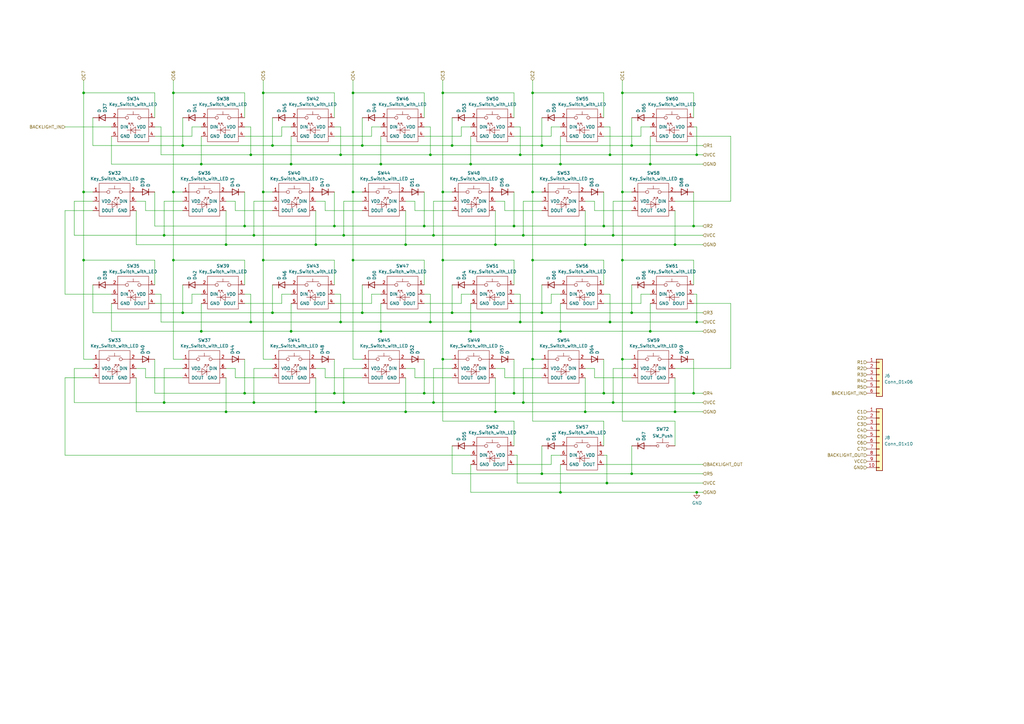
<source format=kicad_sch>
(kicad_sch (version 20211123) (generator eeschema)
  (paper "A3")
  (lib_symbols
    (symbol "Connector_Generic:Conn_01x06" (pin_names (offset 1.016) hide)
      (property "Reference" "J" (at 0 7.62 0))
      (property "Value" "Conn_01x06" (at 0 -10.16 0))
      (symbol "Conn_01x06_1_1"
        (rectangle (start -1.27 -7.493) (end 0 -7.747) (stroke (width 0.1524)))
        (rectangle (start -1.27 -4.953) (end 0 -5.207) (stroke (width 0.1524)))
        (rectangle (start -1.27 -2.413) (end 0 -2.667) (stroke (width 0.1524)))
        (rectangle (start -1.27 0.127) (end 0 -0.127) (stroke (width 0.1524)))
        (rectangle (start -1.27 2.667) (end 0 2.413) (stroke (width 0.1524)))
        (rectangle (start -1.27 5.207) (end 0 4.953) (stroke (width 0.1524)))
        (rectangle (start -1.27 6.35) (end 1.27 -8.89) (stroke (width 0.254)) (fill (type background)))
        (pin passive line (at -5.08 5.08 0) (length 3.81) (name "Pin_1") (number "1"))
        (pin passive line (at -5.08 2.54 0) (length 3.81) (name "Pin_2") (number "2"))
        (pin passive line (at -5.08 0 0) (length 3.81) (name "Pin_3") (number "3"))
        (pin passive line (at -5.08 -2.54 0) (length 3.81) (name "Pin_4") (number "4"))
        (pin passive line (at -5.08 -5.08 0) (length 3.81) (name "Pin_5") (number "5"))
        (pin passive line (at -5.08 -7.62 0) (length 3.81) (name "Pin_6") (number "6"))
      )
    )
    (symbol "Connector_Generic:Conn_01x10" (pin_names (offset 1.016) hide)
      (property "Reference" "J" (at 0 12.7 0))
      (property "Value" "Conn_01x10" (at 0 -15.24 0))
      (symbol "Conn_01x10_1_1"
        (rectangle (start -1.27 -12.573) (end 0 -12.827) (stroke (width 0.1524)))
        (rectangle (start -1.27 -10.033) (end 0 -10.287) (stroke (width 0.1524)))
        (rectangle (start -1.27 -7.493) (end 0 -7.747) (stroke (width 0.1524)))
        (rectangle (start -1.27 -4.953) (end 0 -5.207) (stroke (width 0.1524)))
        (rectangle (start -1.27 -2.413) (end 0 -2.667) (stroke (width 0.1524)))
        (rectangle (start -1.27 0.127) (end 0 -0.127) (stroke (width 0.1524)))
        (rectangle (start -1.27 2.667) (end 0 2.413) (stroke (width 0.1524)))
        (rectangle (start -1.27 5.207) (end 0 4.953) (stroke (width 0.1524)))
        (rectangle (start -1.27 7.747) (end 0 7.493) (stroke (width 0.1524)))
        (rectangle (start -1.27 10.287) (end 0 10.033) (stroke (width 0.1524)))
        (rectangle (start -1.27 11.43) (end 1.27 -13.97) (stroke (width 0.254)) (fill (type background)))
        (pin passive line (at -5.08 10.16 0) (length 3.81) (name "Pin_1") (number "1"))
        (pin passive line (at -5.08 -12.7 0) (length 3.81) (name "Pin_10") (number "10"))
        (pin passive line (at -5.08 7.62 0) (length 3.81) (name "Pin_2") (number "2"))
        (pin passive line (at -5.08 5.08 0) (length 3.81) (name "Pin_3") (number "3"))
        (pin passive line (at -5.08 2.54 0) (length 3.81) (name "Pin_4") (number "4"))
        (pin passive line (at -5.08 0 0) (length 3.81) (name "Pin_5") (number "5"))
        (pin passive line (at -5.08 -2.54 0) (length 3.81) (name "Pin_6") (number "6"))
        (pin passive line (at -5.08 -5.08 0) (length 3.81) (name "Pin_7") (number "7"))
        (pin passive line (at -5.08 -7.62 0) (length 3.81) (name "Pin_8") (number "8"))
        (pin passive line (at -5.08 -10.16 0) (length 3.81) (name "Pin_9") (number "9"))
      )
    )
    (symbol "Device:D" (pin_numbers hide) (pin_names (offset 1.016) hide)
      (property "Reference" "D" (at 0 2.54 0))
      (property "Value" "D" (at 0 -2.54 0))
      (symbol "D_0_1"
        (polyline (pts (xy -1.27 1.27) (xy -1.27 -1.27)) (stroke (width 0.254)))
        (polyline (pts (xy 1.27 0) (xy -1.27 0)))
        (polyline (pts (xy 1.27 1.27) (xy 1.27 -1.27) (xy -1.27 0) (xy 1.27 1.27)) (stroke (width 0.254)))
      )
      (symbol "D_1_1"
        (pin passive line (at -3.81 0 0) (length 2.54) (name "K") (number "1"))
        (pin passive line (at 3.81 0 180) (length 2.54) (name "A") (number "2"))
      )
    )
    (symbol "Switch:SW_Push" (pin_numbers hide) (pin_names (offset 1.016) hide)
      (property "Reference" "SW" (at 1.27 2.54 0))
      (property "Value" "SW_Push" (at 0 -1.524 0))
      (symbol "SW_Push_0_1"
        (circle (center -2.032 0) (radius 0.508))
        (polyline (pts (xy 0 1.27) (xy 0 3.048)))
        (polyline (pts (xy 2.54 1.27) (xy -2.54 1.27)))
        (circle (center 2.032 0) (radius 0.508))
        (pin passive line (at -5.08 0 0) (length 2.54) (name "1") (number "1"))
        (pin passive line (at 5.08 0 180) (length 2.54) (name "2") (number "2"))
      )
    )
    (symbol "keyboard:Key_Switch_with_LED" (pin_names (offset 1.016))
      (property "Reference" "SW" (at 0 -11.557 0))
      (property "Value" "Key_Switch_with_LED" (at 0 5.08 0))
      (symbol "Key_Switch_with_LED_0_1"
        (rectangle (start -6.35 3.556) (end 6.35 -9.906))
        (circle (center -2.54 0) (radius 0.635))
        (polyline (pts (xy -6.35 0) (xy -3.175 0)))
        (polyline (pts (xy -2.54 1.27) (xy 2.54 1.27)))
        (polyline (pts (xy -0.254 -3.429) (xy 0.635 -2.159)))
        (polyline (pts (xy 0 -2.286) (xy 0.635 -2.159)))
        (polyline (pts (xy 0 2.54) (xy 0 1.27)))
        (polyline (pts (xy 0.635 -2.159) (xy 0.762 -2.794)))
        (polyline (pts (xy 1.016 -3.937) (xy 1.016 -6.604)))
        (polyline (pts (xy 2.54 -5.08) (xy -3.048 -5.08)))
        (polyline (pts (xy 6.35 0) (xy 3.175 0)))
        (polyline (pts (xy -1.016 -3.81) (xy -1.016 -6.477) (xy 1.016 -5.08) (xy -1.016 -3.81)))
        (circle (center 2.54 0) (radius 0.635))
      )
      (symbol "Key_Switch_with_LED_1_1"
        (polyline (pts (xy 0.889 -3.429) (xy 1.778 -2.159)))
        (polyline (pts (xy 1.143 -2.286) (xy 1.778 -2.159)))
        (polyline (pts (xy 1.778 -2.159) (xy 1.905 -2.794)))
        (pin bidirectional line (at -8.89 0 0) (length 2.54) (name "~") (number "1"))
        (pin bidirectional line (at 8.89 0 180) (length 2.54) (name "~") (number "2"))
        (pin power_in line (at -8.89 -3.81 0) (length 2.54) (name "VDD") (number "3"))
        (pin output line (at -8.89 -7.62 0) (length 2.54) (name "DOUT") (number "4"))
        (pin power_in line (at 8.89 -7.62 180) (length 2.54) (name "GND") (number "5"))
        (pin input line (at 8.89 -3.81 180) (length 2.54) (name "DIN") (number "6"))
      )
    )
    (symbol "power:GND" (power) (pin_names (offset 0))
      (property "Value" "GND" (at 0 -3.81 0))
      (symbol "GND_0_1"
        (polyline (pts (xy 0 0) (xy 0 -1.27) (xy 1.27 -1.27) (xy 0 -2.54) (xy -1.27 -1.27) (xy 0 -1.27)))
      )
      (symbol "GND_1_1"
        (pin power_in line (at 0 0 270) (length 0) hide (name "GND") (number "1"))
      )
    )
  )
  (junction (at 129.54 100.33))
  (junction (at 250.19 63.5))
  (junction (at 107.95 38.1))
  (junction (at 177.8 96.52))
  (junction (at 34.29 106.68))
  (junction (at 259.08 128.27))
  (junction (at 181.61 38.1))
  (junction (at 137.16 92.71))
  (junction (at 255.27 78.74))
  (junction (at 82.55 67.31))
  (junction (at 185.42 59.69))
  (junction (at 144.78 106.68))
  (junction (at 259.08 194.31))
  (junction (at 218.44 38.1))
  (junction (at 218.44 106.68))
  (junction (at 173.99 161.29))
  (junction (at 240.03 168.91))
  (junction (at 222.25 59.69))
  (junction (at 251.46 96.52))
  (junction (at 213.36 132.08))
  (junction (at 102.87 132.08))
  (junction (at 176.53 63.5))
  (junction (at 285.75 132.08))
  (junction (at 144.78 38.1))
  (junction (at 247.65 161.29))
  (junction (at 255.27 106.68))
  (junction (at 176.53 132.08))
  (junction (at 255.27 38.1))
  (junction (at 148.59 128.27))
  (junction (at 71.12 78.74))
  (junction (at 229.87 67.31))
  (junction (at 139.7 132.08))
  (junction (at 284.48 92.71))
  (junction (at 247.65 92.71))
  (junction (at 210.82 161.29))
  (junction (at 100.33 161.29))
  (junction (at 266.7 67.31))
  (junction (at 251.46 165.1))
  (junction (at 92.71 168.91))
  (junction (at 71.12 106.68))
  (junction (at 285.75 63.5))
  (junction (at 139.7 63.5))
  (junction (at 166.37 100.33))
  (junction (at 181.61 78.74))
  (junction (at 250.19 132.08))
  (junction (at 210.82 92.71))
  (junction (at 119.38 135.89))
  (junction (at 255.27 147.32))
  (junction (at 92.71 100.33))
  (junction (at 111.76 128.27))
  (junction (at 74.93 128.27))
  (junction (at 276.86 100.33))
  (junction (at 285.75 201.93))
  (junction (at 67.31 96.52))
  (junction (at 148.59 59.69))
  (junction (at 181.61 147.32))
  (junction (at 34.29 78.74))
  (junction (at 111.76 59.69))
  (junction (at 218.44 78.74))
  (junction (at 177.8 165.1))
  (junction (at 74.93 59.69))
  (junction (at 100.33 92.71))
  (junction (at 137.16 161.29))
  (junction (at 166.37 168.91))
  (junction (at 102.87 63.5))
  (junction (at 119.38 67.31))
  (junction (at 156.21 135.89))
  (junction (at 140.97 96.52))
  (junction (at 173.99 92.71))
  (junction (at 129.54 168.91))
  (junction (at 193.04 135.89))
  (junction (at 82.55 135.89))
  (junction (at 203.2 168.91))
  (junction (at 34.29 38.1))
  (junction (at 222.25 194.31))
  (junction (at 71.12 38.1))
  (junction (at 181.61 106.68))
  (junction (at 214.63 96.52))
  (junction (at 156.21 67.31))
  (junction (at 203.2 100.33))
  (junction (at 276.86 168.91))
  (junction (at 222.25 128.27))
  (junction (at 104.14 96.52))
  (junction (at 107.95 78.74))
  (junction (at 193.04 67.31))
  (junction (at 104.14 165.1))
  (junction (at 266.7 135.89))
  (junction (at 144.78 78.74))
  (junction (at 67.31 165.1))
  (junction (at 248.92 198.12))
  (junction (at 284.48 161.29))
  (junction (at 213.36 63.5))
  (junction (at 240.03 100.33))
  (junction (at 107.95 106.68))
  (junction (at 259.08 59.69))
  (junction (at 229.87 201.93))
  (junction (at 218.44 147.32))
  (junction (at 185.42 128.27))
  (junction (at 229.87 135.89))
  (junction (at 214.63 165.1))
  (junction (at 140.97 165.1))
  (wire (pts (xy 250.19 52.07) (xy 250.19 63.5)))
  (wire (pts (xy 207.01 82.55) (xy 207.01 86.36)))
  (wire (pts (xy 247.65 120.65) (xy 250.19 120.65)))
  (wire (pts (xy 137.16 106.68) (xy 137.16 116.84)))
  (wire (pts (xy 210.82 182.88) (xy 210.82 172.72)))
  (wire (pts (xy 193.04 124.46) (xy 193.04 135.89)))
  (wire (pts (xy 115.57 124.46) (xy 115.57 120.65)))
  (wire (pts (xy 266.7 55.88) (xy 266.7 67.31)))
  (wire (pts (xy 185.42 182.88) (xy 185.42 194.31)))
  (wire (pts (xy 148.59 82.55) (xy 140.97 82.55)))
  (wire (pts (xy 38.1 59.69) (xy 74.93 59.69)))
  (wire (pts (xy 119.38 67.31) (xy 156.21 67.31)))
  (wire (pts (xy 207.01 154.94) (xy 222.25 154.94)))
  (wire (pts (xy 203.2 86.36) (xy 203.2 100.33)))
  (wire (pts (xy 255.27 106.68) (xy 284.48 106.68)))
  (wire (pts (xy 148.59 116.84) (xy 148.59 128.27)))
  (wire (pts (xy 74.93 78.74) (xy 71.12 78.74)))
  (wire (pts (xy 247.65 186.69) (xy 248.92 186.69)))
  (wire (pts (xy 137.16 161.29) (xy 173.99 161.29)))
  (wire (pts (xy 67.31 165.1) (xy 104.14 165.1)))
  (wire (pts (xy 104.14 165.1) (xy 140.97 165.1)))
  (wire (pts (xy 55.88 100.33) (xy 92.71 100.33)))
  (wire (pts (xy 133.35 82.55) (xy 133.35 86.36)))
  (wire (pts (xy 185.42 78.74) (xy 181.61 78.74)))
  (wire (pts (xy 193.04 190.5) (xy 193.04 201.93)))
  (wire (pts (xy 140.97 96.52) (xy 177.8 96.52)))
  (wire (pts (xy 259.08 48.26) (xy 259.08 59.69)))
  (wire (pts (xy 144.78 38.1) (xy 144.78 78.74)))
  (wire (pts (xy 104.14 82.55) (xy 104.14 96.52)))
  (wire (pts (xy 218.44 38.1) (xy 218.44 78.74)))
  (wire (pts (xy 210.82 186.69) (xy 212.09 186.69)))
  (wire (pts (xy 166.37 154.94) (xy 166.37 168.91)))
  (wire (pts (xy 276.86 172.72) (xy 276.86 182.88)))
  (wire (pts (xy 74.93 147.32) (xy 71.12 147.32)))
  (wire (pts (xy 156.21 135.89) (xy 193.04 135.89)))
  (wire (pts (xy 259.08 182.88) (xy 259.08 194.31)))
  (wire (pts (xy 203.2 154.94) (xy 203.2 168.91)))
  (wire (pts (xy 212.09 186.69) (xy 212.09 198.12)))
  (wire (pts (xy 59.69 151.13) (xy 59.69 154.94)))
  (wire (pts (xy 193.04 67.31) (xy 229.87 67.31)))
  (wire (pts (xy 156.21 55.88) (xy 156.21 67.31)))
  (wire (pts (xy 63.5 120.65) (xy 66.04 120.65)))
  (wire (pts (xy 240.03 82.55) (xy 243.84 82.55)))
  (wire (pts (xy 92.71 151.13) (xy 96.52 151.13)))
  (wire (pts (xy 210.82 78.74) (xy 210.82 92.71)))
  (wire (pts (xy 137.16 55.88) (xy 152.4 55.88)))
  (wire (pts (xy 30.48 96.52) (xy 67.31 96.52)))
  (wire (pts (xy 152.4 52.07) (xy 156.21 52.07)))
  (wire (pts (xy 299.72 55.88) (xy 299.72 82.55)))
  (wire (pts (xy 203.2 151.13) (xy 207.01 151.13)))
  (wire (pts (xy 284.48 147.32) (xy 284.48 161.29)))
  (wire (pts (xy 66.04 52.07) (xy 66.04 63.5)))
  (wire (pts (xy 226.06 190.5) (xy 226.06 186.69)))
  (wire (pts (xy 276.86 86.36) (xy 276.86 100.33)))
  (wire (pts (xy 181.61 38.1) (xy 181.61 78.74)))
  (wire (pts (xy 222.25 116.84) (xy 222.25 128.27)))
  (wire (pts (xy 251.46 151.13) (xy 251.46 165.1)))
  (wire (pts (xy 148.59 128.27) (xy 185.42 128.27)))
  (wire (pts (xy 137.16 120.65) (xy 139.7 120.65)))
  (wire (pts (xy 111.76 82.55) (xy 104.14 82.55)))
  (wire (pts (xy 111.76 59.69) (xy 148.59 59.69)))
  (wire (pts (xy 226.06 52.07) (xy 229.87 52.07)))
  (wire (pts (xy 129.54 151.13) (xy 133.35 151.13)))
  (wire (pts (xy 139.7 52.07) (xy 139.7 63.5)))
  (wire (pts (xy 189.23 120.65) (xy 193.04 120.65)))
  (wire (pts (xy 148.59 151.13) (xy 140.97 151.13)))
  (wire (pts (xy 170.18 154.94) (xy 185.42 154.94)))
  (wire (pts (xy 259.08 116.84) (xy 259.08 128.27)))
  (wire (pts (xy 285.75 120.65) (xy 285.75 132.08)))
  (wire (pts (xy 63.5 78.74) (xy 63.5 92.71)))
  (wire (pts (xy 189.23 55.88) (xy 189.23 52.07)))
  (wire (pts (xy 26.67 52.07) (xy 45.72 52.07)))
  (wire (pts (xy 119.38 124.46) (xy 119.38 135.89)))
  (wire (pts (xy 255.27 38.1) (xy 284.48 38.1)))
  (wire (pts (xy 181.61 78.74) (xy 181.61 106.68)))
  (wire (pts (xy 247.65 124.46) (xy 262.89 124.46)))
  (wire (pts (xy 74.93 151.13) (xy 67.31 151.13)))
  (wire (pts (xy 166.37 100.33) (xy 203.2 100.33)))
  (wire (pts (xy 166.37 82.55) (xy 170.18 82.55)))
  (wire (pts (xy 259.08 78.74) (xy 255.27 78.74)))
  (wire (pts (xy 55.88 86.36) (xy 55.88 100.33)))
  (wire (pts (xy 262.89 52.07) (xy 266.7 52.07)))
  (wire (pts (xy 266.7 135.89) (xy 288.29 135.89)))
  (wire (pts (xy 255.27 33.02) (xy 255.27 38.1)))
  (wire (pts (xy 38.1 116.84) (xy 38.1 128.27)))
  (wire (pts (xy 66.04 132.08) (xy 102.87 132.08)))
  (wire (pts (xy 181.61 106.68) (xy 210.82 106.68)))
  (wire (pts (xy 148.59 48.26) (xy 148.59 59.69)))
  (wire (pts (xy 156.21 67.31) (xy 193.04 67.31)))
  (wire (pts (xy 107.95 38.1) (xy 107.95 78.74)))
  (wire (pts (xy 247.65 92.71) (xy 284.48 92.71)))
  (wire (pts (xy 100.33 92.71) (xy 137.16 92.71)))
  (wire (pts (xy 185.42 48.26) (xy 185.42 59.69)))
  (wire (pts (xy 34.29 38.1) (xy 63.5 38.1)))
  (wire (pts (xy 210.82 106.68) (xy 210.82 116.84)))
  (wire (pts (xy 104.14 151.13) (xy 104.14 165.1)))
  (wire (pts (xy 129.54 154.94) (xy 129.54 168.91)))
  (wire (pts (xy 250.19 120.65) (xy 250.19 132.08)))
  (wire (pts (xy 96.52 82.55) (xy 96.52 86.36)))
  (wire (pts (xy 203.2 100.33) (xy 240.03 100.33)))
  (wire (pts (xy 247.65 147.32) (xy 247.65 161.29)))
  (wire (pts (xy 38.1 82.55) (xy 30.48 82.55)))
  (wire (pts (xy 226.06 124.46) (xy 226.06 120.65)))
  (wire (pts (xy 107.95 78.74) (xy 107.95 106.68)))
  (wire (pts (xy 218.44 106.68) (xy 218.44 147.32)))
  (wire (pts (xy 176.53 132.08) (xy 213.36 132.08)))
  (wire (pts (xy 133.35 86.36) (xy 148.59 86.36)))
  (wire (pts (xy 129.54 82.55) (xy 133.35 82.55)))
  (wire (pts (xy 63.5 38.1) (xy 63.5 48.26)))
  (wire (pts (xy 203.2 168.91) (xy 240.03 168.91)))
  (wire (pts (xy 222.25 182.88) (xy 222.25 194.31)))
  (wire (pts (xy 210.82 55.88) (xy 226.06 55.88)))
  (wire (pts (xy 240.03 168.91) (xy 276.86 168.91)))
  (wire (pts (xy 177.8 165.1) (xy 214.63 165.1)))
  (wire (pts (xy 229.87 67.31) (xy 266.7 67.31)))
  (wire (pts (xy 115.57 52.07) (xy 119.38 52.07)))
  (wire (pts (xy 203.2 82.55) (xy 207.01 82.55)))
  (wire (pts (xy 129.54 100.33) (xy 166.37 100.33)))
  (wire (pts (xy 193.04 135.89) (xy 229.87 135.89)))
  (wire (pts (xy 140.97 151.13) (xy 140.97 165.1)))
  (wire (pts (xy 137.16 38.1) (xy 137.16 48.26)))
  (wire (pts (xy 71.12 38.1) (xy 71.12 78.74)))
  (wire (pts (xy 218.44 78.74) (xy 218.44 106.68)))
  (wire (pts (xy 78.74 52.07) (xy 82.55 52.07)))
  (wire (pts (xy 74.93 48.26) (xy 74.93 59.69)))
  (wire (pts (xy 247.65 106.68) (xy 247.65 116.84)))
  (wire (pts (xy 247.65 38.1) (xy 247.65 48.26)))
  (wire (pts (xy 176.53 63.5) (xy 213.36 63.5)))
  (wire (pts (xy 276.86 151.13) (xy 299.72 151.13)))
  (wire (pts (xy 210.82 190.5) (xy 226.06 190.5)))
  (wire (pts (xy 173.99 161.29) (xy 210.82 161.29)))
  (wire (pts (xy 250.19 63.5) (xy 285.75 63.5)))
  (wire (pts (xy 78.74 124.46) (xy 78.74 120.65)))
  (wire (pts (xy 34.29 33.02) (xy 34.29 38.1)))
  (wire (pts (xy 30.48 151.13) (xy 30.48 165.1)))
  (wire (pts (xy 45.72 55.88) (xy 45.72 67.31)))
  (wire (pts (xy 177.8 151.13) (xy 177.8 165.1)))
  (wire (pts (xy 240.03 86.36) (xy 240.03 100.33)))
  (wire (pts (xy 276.86 100.33) (xy 288.29 100.33)))
  (wire (pts (xy 63.5 55.88) (xy 78.74 55.88)))
  (wire (pts (xy 111.76 78.74) (xy 107.95 78.74)))
  (wire (pts (xy 176.53 120.65) (xy 176.53 132.08)))
  (wire (pts (xy 247.65 190.5) (xy 288.29 190.5)))
  (wire (pts (xy 104.14 96.52) (xy 140.97 96.52)))
  (wire (pts (xy 189.23 124.46) (xy 189.23 120.65)))
  (wire (pts (xy 276.86 82.55) (xy 299.72 82.55)))
  (wire (pts (xy 102.87 132.08) (xy 139.7 132.08)))
  (wire (pts (xy 129.54 168.91) (xy 166.37 168.91)))
  (wire (pts (xy 181.61 147.32) (xy 181.61 172.72)))
  (wire (pts (xy 170.18 86.36) (xy 185.42 86.36)))
  (wire (pts (xy 107.95 106.68) (xy 137.16 106.68)))
  (wire (pts (xy 222.25 147.32) (xy 218.44 147.32)))
  (wire (pts (xy 63.5 161.29) (xy 100.33 161.29)))
  (wire (pts (xy 67.31 96.52) (xy 104.14 96.52)))
  (wire (pts (xy 166.37 168.91) (xy 203.2 168.91)))
  (wire (pts (xy 185.42 151.13) (xy 177.8 151.13)))
  (wire (pts (xy 222.25 151.13) (xy 214.63 151.13)))
  (wire (pts (xy 100.33 55.88) (xy 115.57 55.88)))
  (wire (pts (xy 45.72 124.46) (xy 45.72 135.89)))
  (wire (pts (xy 284.48 106.68) (xy 284.48 116.84)))
  (wire (pts (xy 173.99 92.71) (xy 210.82 92.71)))
  (wire (pts (xy 262.89 124.46) (xy 262.89 120.65)))
  (wire (pts (xy 276.86 172.72) (xy 255.27 172.72)))
  (wire (pts (xy 137.16 92.71) (xy 173.99 92.71)))
  (wire (pts (xy 100.33 52.07) (xy 102.87 52.07)))
  (wire (pts (xy 229.87 135.89) (xy 266.7 135.89)))
  (wire (pts (xy 67.31 151.13) (xy 67.31 165.1)))
  (wire (pts (xy 82.55 135.89) (xy 119.38 135.89)))
  (wire (pts (xy 100.33 147.32) (xy 100.33 161.29)))
  (wire (pts (xy 71.12 106.68) (xy 100.33 106.68)))
  (wire (pts (xy 100.33 120.65) (xy 102.87 120.65)))
  (wire (pts (xy 176.53 52.07) (xy 176.53 63.5)))
  (wire (pts (xy 226.06 120.65) (xy 229.87 120.65)))
  (wire (pts (xy 251.46 96.52) (xy 288.29 96.52)))
  (wire (pts (xy 38.1 48.26) (xy 38.1 59.69)))
  (wire (pts (xy 214.63 82.55) (xy 214.63 96.52)))
  (wire (pts (xy 222.25 194.31) (xy 259.08 194.31)))
  (wire (pts (xy 284.48 55.88) (xy 299.72 55.88)))
  (wire (pts (xy 129.54 86.36) (xy 129.54 100.33)))
  (wire (pts (xy 243.84 154.94) (xy 259.08 154.94)))
  (wire (pts (xy 100.33 161.29) (xy 137.16 161.29)))
  (wire (pts (xy 152.4 124.46) (xy 152.4 120.65)))
  (wire (pts (xy 284.48 92.71) (xy 288.29 92.71)))
  (wire (pts (xy 240.03 154.94) (xy 240.03 168.91)))
  (wire (pts (xy 285.75 201.93) (xy 288.29 201.93)))
  (wire (pts (xy 173.99 147.32) (xy 173.99 161.29)))
  (wire (pts (xy 59.69 154.94) (xy 74.93 154.94)))
  (wire (pts (xy 185.42 194.31) (xy 222.25 194.31)))
  (wire (pts (xy 115.57 55.88) (xy 115.57 52.07)))
  (wire (pts (xy 96.52 154.94) (xy 111.76 154.94)))
  (wire (pts (xy 214.63 96.52) (xy 251.46 96.52)))
  (wire (pts (xy 92.71 86.36) (xy 92.71 100.33)))
  (wire (pts (xy 78.74 120.65) (xy 82.55 120.65)))
  (wire (pts (xy 213.36 132.08) (xy 250.19 132.08)))
  (wire (pts (xy 207.01 86.36) (xy 222.25 86.36)))
  (wire (pts (xy 285.75 63.5) (xy 288.29 63.5)))
  (wire (pts (xy 71.12 106.68) (xy 71.12 147.32)))
  (wire (pts (xy 55.88 154.94) (xy 55.88 168.91)))
  (wire (pts (xy 96.52 86.36) (xy 111.76 86.36)))
  (wire (pts (xy 218.44 106.68) (xy 247.65 106.68)))
  (wire (pts (xy 284.48 38.1) (xy 284.48 48.26)))
  (wire (pts (xy 262.89 120.65) (xy 266.7 120.65)))
  (wire (pts (xy 38.1 128.27) (xy 74.93 128.27)))
  (wire (pts (xy 74.93 59.69) (xy 111.76 59.69)))
  (wire (pts (xy 119.38 55.88) (xy 119.38 67.31)))
  (wire (pts (xy 34.29 106.68) (xy 34.29 147.32)))
  (wire (pts (xy 193.04 55.88) (xy 193.04 67.31)))
  (wire (pts (xy 92.71 82.55) (xy 96.52 82.55)))
  (wire (pts (xy 152.4 55.88) (xy 152.4 52.07)))
  (wire (pts (xy 248.92 198.12) (xy 288.29 198.12)))
  (wire (pts (xy 96.52 151.13) (xy 96.52 154.94)))
  (wire (pts (xy 210.82 147.32) (xy 210.82 161.29)))
  (wire (pts (xy 34.29 78.74) (xy 34.29 106.68)))
  (wire (pts (xy 189.23 52.07) (xy 193.04 52.07)))
  (wire (pts (xy 210.82 124.46) (xy 226.06 124.46)))
  (wire (pts (xy 34.29 38.1) (xy 34.29 78.74)))
  (wire (pts (xy 59.69 86.36) (xy 74.93 86.36)))
  (wire (pts (xy 38.1 86.36) (xy 26.67 86.36)))
  (wire (pts (xy 285.75 52.07) (xy 285.75 63.5)))
  (wire (pts (xy 26.67 186.69) (xy 193.04 186.69)))
  (wire (pts (xy 63.5 124.46) (xy 78.74 124.46)))
  (wire (pts (xy 71.12 33.02) (xy 71.12 38.1)))
  (wire (pts (xy 156.21 124.46) (xy 156.21 135.89)))
  (wire (pts (xy 152.4 120.65) (xy 156.21 120.65)))
  (wire (pts (xy 107.95 106.68) (xy 107.95 147.32)))
  (wire (pts (xy 100.33 124.46) (xy 115.57 124.46)))
  (wire (pts (xy 284.48 78.74) (xy 284.48 92.71)))
  (wire (pts (xy 140.97 165.1) (xy 177.8 165.1)))
  (wire (pts (xy 63.5 106.68) (xy 63.5 116.84)))
  (wire (pts (xy 144.78 33.02) (xy 144.78 38.1)))
  (wire (pts (xy 210.82 38.1) (xy 210.82 48.26)))
  (wire (pts (xy 92.71 168.91) (xy 129.54 168.91)))
  (wire (pts (xy 255.27 38.1) (xy 255.27 78.74)))
  (wire (pts (xy 284.48 161.29) (xy 288.29 161.29)))
  (wire (pts (xy 240.03 100.33) (xy 276.86 100.33)))
  (wire (pts (xy 181.61 172.72) (xy 210.82 172.72)))
  (wire (pts (xy 262.89 55.88) (xy 262.89 52.07)))
  (wire (pts (xy 144.78 78.74) (xy 144.78 106.68)))
  (wire (pts (xy 173.99 120.65) (xy 176.53 120.65)))
  (wire (pts (xy 26.67 86.36) (xy 26.67 120.65)))
  (wire (pts (xy 107.95 38.1) (xy 137.16 38.1)))
  (wire (pts (xy 115.57 120.65) (xy 119.38 120.65)))
  (wire (pts (xy 30.48 82.55) (xy 30.48 96.52)))
  (wire (pts (xy 193.04 201.93) (xy 229.87 201.93)))
  (wire (pts (xy 243.84 151.13) (xy 243.84 154.94)))
  (wire (pts (xy 214.63 165.1) (xy 251.46 165.1)))
  (wire (pts (xy 38.1 154.94) (xy 26.67 154.94)))
  (wire (pts (xy 218.44 172.72) (xy 247.65 172.72)))
  (wire (pts (xy 250.19 132.08) (xy 285.75 132.08)))
  (wire (pts (xy 71.12 78.74) (xy 71.12 106.68)))
  (wire (pts (xy 166.37 86.36) (xy 166.37 100.33)))
  (wire (pts (xy 71.12 38.1) (xy 100.33 38.1)))
  (wire (pts (xy 148.59 147.32) (xy 144.78 147.32)))
  (wire (pts (xy 259.08 128.27) (xy 288.29 128.27)))
  (wire (pts (xy 144.78 106.68) (xy 173.99 106.68)))
  (wire (pts (xy 170.18 82.55) (xy 170.18 86.36)))
  (wire (pts (xy 66.04 63.5) (xy 102.87 63.5)))
  (wire (pts (xy 166.37 151.13) (xy 170.18 151.13)))
  (wire (pts (xy 26.67 154.94) (xy 26.67 186.69)))
  (wire (pts (xy 251.46 165.1) (xy 288.29 165.1)))
  (wire (pts (xy 137.16 124.46) (xy 152.4 124.46)))
  (wire (pts (xy 276.86 168.91) (xy 288.29 168.91)))
  (wire (pts (xy 59.69 82.55) (xy 59.69 86.36)))
  (wire (pts (xy 213.36 120.65) (xy 213.36 132.08)))
  (wire (pts (xy 137.16 147.32) (xy 137.16 161.29)))
  (wire (pts (xy 218.44 147.32) (xy 218.44 172.72)))
  (wire (pts (xy 243.84 86.36) (xy 259.08 86.36)))
  (wire (pts (xy 38.1 147.32) (xy 34.29 147.32)))
  (wire (pts (xy 144.78 106.68) (xy 144.78 147.32)))
  (wire (pts (xy 207.01 151.13) (xy 207.01 154.94)))
  (wire (pts (xy 185.42 59.69) (xy 222.25 59.69)))
  (wire (pts (xy 218.44 38.1) (xy 247.65 38.1)))
  (wire (pts (xy 222.25 128.27) (xy 259.08 128.27)))
  (wire (pts (xy 111.76 128.27) (xy 148.59 128.27)))
  (wire (pts (xy 173.99 78.74) (xy 173.99 92.71)))
  (wire (pts (xy 63.5 52.07) (xy 66.04 52.07)))
  (wire (pts (xy 66.04 120.65) (xy 66.04 132.08)))
  (wire (pts (xy 111.76 151.13) (xy 104.14 151.13)))
  (wire (pts (xy 226.06 186.69) (xy 229.87 186.69)))
  (wire (pts (xy 266.7 67.31) (xy 288.29 67.31)))
  (wire (pts (xy 259.08 151.13) (xy 251.46 151.13)))
  (wire (pts (xy 45.72 67.31) (xy 82.55 67.31)))
  (wire (pts (xy 67.31 82.55) (xy 67.31 96.52)))
  (wire (pts (xy 222.25 59.69) (xy 259.08 59.69)))
  (wire (pts (xy 92.71 154.94) (xy 92.71 168.91)))
  (wire (pts (xy 185.42 128.27) (xy 222.25 128.27)))
  (wire (pts (xy 185.42 116.84) (xy 185.42 128.27)))
  (wire (pts (xy 111.76 147.32) (xy 107.95 147.32)))
  (wire (pts (xy 100.33 78.74) (xy 100.33 92.71)))
  (wire (pts (xy 259.08 147.32) (xy 255.27 147.32)))
  (wire (pts (xy 276.86 154.94) (xy 276.86 168.91)))
  (wire (pts (xy 173.99 38.1) (xy 173.99 48.26)))
  (wire (pts (xy 212.09 198.12) (xy 248.92 198.12)))
  (wire (pts (xy 78.74 55.88) (xy 78.74 52.07)))
  (wire (pts (xy 139.7 63.5) (xy 176.53 63.5)))
  (wire (pts (xy 181.61 106.68) (xy 181.61 147.32)))
  (wire (pts (xy 82.55 55.88) (xy 82.55 67.31)))
  (wire (pts (xy 284.48 52.07) (xy 285.75 52.07)))
  (wire (pts (xy 177.8 82.55) (xy 177.8 96.52)))
  (wire (pts (xy 170.18 151.13) (xy 170.18 154.94)))
  (wire (pts (xy 247.65 78.74) (xy 247.65 92.71)))
  (wire (pts (xy 243.84 82.55) (xy 243.84 86.36)))
  (wire (pts (xy 148.59 59.69) (xy 185.42 59.69)))
  (wire (pts (xy 266.7 124.46) (xy 266.7 135.89)))
  (wire (pts (xy 107.95 33.02) (xy 107.95 38.1)))
  (wire (pts (xy 148.59 78.74) (xy 144.78 78.74)))
  (wire (pts (xy 229.87 201.93) (xy 285.75 201.93)))
  (wire (pts (xy 137.16 78.74) (xy 137.16 92.71)))
  (wire (pts (xy 173.99 55.88) (xy 189.23 55.88)))
  (wire (pts (xy 139.7 132.08) (xy 176.53 132.08)))
  (wire (pts (xy 102.87 120.65) (xy 102.87 132.08)))
  (wire (pts (xy 210.82 120.65) (xy 213.36 120.65)))
  (wire (pts (xy 74.93 82.55) (xy 67.31 82.55)))
  (wire (pts (xy 55.88 82.55) (xy 59.69 82.55)))
  (wire (pts (xy 173.99 124.46) (xy 189.23 124.46)))
  (wire (pts (xy 34.29 106.68) (xy 63.5 106.68)))
  (wire (pts (xy 247.65 161.29) (xy 284.48 161.29)))
  (wire (pts (xy 38.1 151.13) (xy 30.48 151.13)))
  (wire (pts (xy 100.33 38.1) (xy 100.33 48.26)))
  (wire (pts (xy 144.78 38.1) (xy 173.99 38.1)))
  (wire (pts (xy 222.25 48.26) (xy 222.25 59.69)))
  (wire (pts (xy 63.5 147.32) (xy 63.5 161.29)))
  (wire (pts (xy 185.42 82.55) (xy 177.8 82.55)))
  (wire (pts (xy 214.63 151.13) (xy 214.63 165.1)))
  (wire (pts (xy 248.92 186.69) (xy 248.92 198.12)))
  (wire (pts (xy 222.25 82.55) (xy 214.63 82.55)))
  (wire (pts (xy 111.76 48.26) (xy 111.76 59.69)))
  (wire (pts (xy 82.55 124.46) (xy 82.55 135.89)))
  (wire (pts (xy 229.87 55.88) (xy 229.87 67.31)))
  (wire (pts (xy 229.87 190.5) (xy 229.87 201.93)))
  (wire (pts (xy 185.42 147.32) (xy 181.61 147.32)))
  (wire (pts (xy 259.08 82.55) (xy 251.46 82.55)))
  (wire (pts (xy 119.38 135.89) (xy 156.21 135.89)))
  (wire (pts (xy 259.08 59.69) (xy 288.29 59.69)))
  (wire (pts (xy 218.44 33.02) (xy 218.44 38.1)))
  (wire (pts (xy 177.8 96.52) (xy 214.63 96.52)))
  (wire (pts (xy 284.48 124.46) (xy 299.72 124.46)))
  (wire (pts (xy 299.72 124.46) (xy 299.72 151.13)))
  (wire (pts (xy 55.88 168.91) (xy 92.71 168.91)))
  (wire (pts (xy 247.65 172.72) (xy 247.65 182.88)))
  (wire (pts (xy 133.35 154.94) (xy 148.59 154.94)))
  (wire (pts (xy 181.61 33.02) (xy 181.61 38.1)))
  (wire (pts (xy 210.82 52.07) (xy 213.36 52.07)))
  (wire (pts (xy 229.87 124.46) (xy 229.87 135.89)))
  (wire (pts (xy 255.27 78.74) (xy 255.27 106.68)))
  (wire (pts (xy 285.75 132.08) (xy 288.29 132.08)))
  (wire (pts (xy 45.72 135.89) (xy 82.55 135.89)))
  (wire (pts (xy 55.88 151.13) (xy 59.69 151.13)))
  (wire (pts (xy 259.08 194.31) (xy 288.29 194.31)))
  (wire (pts (xy 173.99 52.07) (xy 176.53 52.07)))
  (wire (pts (xy 74.93 116.84) (xy 74.93 128.27)))
  (wire (pts (xy 63.5 92.71) (xy 100.33 92.71)))
  (wire (pts (xy 102.87 52.07) (xy 102.87 63.5)))
  (wire (pts (xy 133.35 151.13) (xy 133.35 154.94)))
  (wire (pts (xy 213.36 63.5) (xy 250.19 63.5)))
  (wire (pts (xy 247.65 52.07) (xy 250.19 52.07)))
  (wire (pts (xy 26.67 120.65) (xy 45.72 120.65)))
  (wire (pts (xy 111.76 116.84) (xy 111.76 128.27)))
  (wire (pts (xy 210.82 92.71) (xy 247.65 92.71)))
  (wire (pts (xy 100.33 106.68) (xy 100.33 116.84)))
  (wire (pts (xy 137.16 52.07) (xy 139.7 52.07)))
  (wire (pts (xy 82.55 67.31) (xy 119.38 67.31)))
  (wire (pts (xy 38.1 78.74) (xy 34.29 78.74)))
  (wire (pts (xy 255.27 147.32) (xy 255.27 172.72)))
  (wire (pts (xy 140.97 82.55) (xy 140.97 96.52)))
  (wire (pts (xy 30.48 165.1) (xy 67.31 165.1)))
  (wire (pts (xy 284.48 120.65) (xy 285.75 120.65)))
  (wire (pts (xy 226.06 55.88) (xy 226.06 52.07)))
  (wire (pts (xy 74.93 128.27) (xy 111.76 128.27)))
  (wire (pts (xy 240.03 151.13) (xy 243.84 151.13)))
  (wire (pts (xy 139.7 120.65) (xy 139.7 132.08)))
  (wire (pts (xy 92.71 100.33) (xy 129.54 100.33)))
  (wire (pts (xy 181.61 38.1) (xy 210.82 38.1)))
  (wire (pts (xy 222.25 78.74) (xy 218.44 78.74)))
  (wire (pts (xy 247.65 55.88) (xy 262.89 55.88)))
  (wire (pts (xy 251.46 82.55) (xy 251.46 96.52)))
  (wire (pts (xy 102.87 63.5) (xy 139.7 63.5)))
  (wire (pts (xy 255.27 106.68) (xy 255.27 147.32)))
  (wire (pts (xy 210.82 161.29) (xy 247.65 161.29)))
  (wire (pts (xy 213.36 52.07) (xy 213.36 63.5)))
  (wire (pts (xy 173.99 106.68) (xy 173.99 116.84)))
  (hierarchical_label "R3" (shape input) (at 355.6 153.67 180))
  (hierarchical_label "R1" (shape input) (at 288.29 59.69 0))
  (hierarchical_label "VCC" (shape input) (at 288.29 165.1 0))
  (hierarchical_label "C2" (shape input) (at 355.6 171.45 180))
  (hierarchical_label "GND" (shape input) (at 288.29 201.93 0))
  (hierarchical_label "C1" (shape input) (at 255.27 33.02 90))
  (hierarchical_label "VCC" (shape input) (at 288.29 96.52 0))
  (hierarchical_label "GND" (shape input) (at 288.29 168.91 0))
  (hierarchical_label "C7" (shape input) (at 355.6 184.15 180))
  (hierarchical_label "VCC" (shape input) (at 288.29 198.12 0))
  (hierarchical_label "C6" (shape input) (at 71.12 33.02 90))
  (hierarchical_label "GND" (shape input) (at 288.29 100.33 0))
  (hierarchical_label "C7" (shape input) (at 34.29 33.02 90))
  (hierarchical_label "BACKLIGHT_OUT" (shape input) (at 288.29 190.5 0))
  (hierarchical_label "GND" (shape input) (at 355.6 191.77 180))
  (hierarchical_label "C4" (shape input) (at 355.6 176.53 180))
  (hierarchical_label "BACKLIGHT_OUT" (shape input) (at 355.6 186.69 180))
  (hierarchical_label "R2" (shape input) (at 288.29 92.71 0))
  (hierarchical_label "R4" (shape input) (at 288.29 161.29 0))
  (hierarchical_label "C4" (shape input) (at 144.78 33.02 90))
  (hierarchical_label "GND" (shape input) (at 288.29 135.89 0))
  (hierarchical_label "C2" (shape input) (at 218.44 33.02 90))
  (hierarchical_label "C5" (shape input) (at 355.6 179.07 180))
  (hierarchical_label "R4" (shape input) (at 355.6 156.21 180))
  (hierarchical_label "C3" (shape input) (at 181.61 33.02 90))
  (hierarchical_label "VCC" (shape input) (at 288.29 63.5 0))
  (hierarchical_label "R2" (shape input) (at 355.6 151.13 180))
  (hierarchical_label "R3" (shape input) (at 288.29 128.27 0))
  (hierarchical_label "C1" (shape input) (at 355.6 168.91 180))
  (hierarchical_label "C6" (shape input) (at 355.6 181.61 180))
  (hierarchical_label "BACKLIGHT_IN" (shape input) (at 26.67 52.07 180))
  (hierarchical_label "VCC" (shape input) (at 355.6 189.23 180))
  (hierarchical_label "R1" (shape input) (at 355.6 148.59 180))
  (hierarchical_label "R5" (shape input) (at 288.29 194.31 0))
  (hierarchical_label "R5" (shape input) (at 355.6 158.75 180))
  (hierarchical_label "C5" (shape input) (at 107.95 33.02 90))
  (hierarchical_label "BACKLIGHT_IN" (shape input) (at 355.6 161.29 180))
  (hierarchical_label "GND" (shape input) (at 288.29 67.31 0))
  (hierarchical_label "C3" (shape input) (at 355.6 173.99 180))
  (hierarchical_label "VCC" (shape input) (at 288.29 132.08 0))
  (symbol (lib_id "Device:D") (at 262.89 116.84 0) (mirror x) (unit 1)
    (property "Reference" "D66" (at 264.0584 114.808 90) (effects (justify right)))
    (property "Value" "D" (at 261.747 114.808 90) (effects (justify right)))
    (property "Footprint" "keyboard:Diode" (effects hide))
  )
  (symbol (lib_id "keyboard:Key_Switch_with_LED") (at 275.59 116.84 0) (mirror y) (unit 1)
    (property "Reference" "SW61" (at 275.59 109.093 0))
    (property "Value" "Key_Switch_with_LED" (at 275.59 111.4044 0))
    (property "Footprint" "keyboard:MX_Socket_LED" (effects hide))
  )
  (symbol (lib_id "Device:D") (at 226.06 182.88 0) (mirror x) (unit 1)
    (property "Reference" "D61" (at 227.2284 180.848 90) (effects (justify right)))
    (property "Value" "D" (at 224.917 180.848 90) (effects (justify right)))
    (property "Footprint" "keyboard:Diode" (effects hide))
  )
  (symbol (lib_id "keyboard:Key_Switch_with_LED") (at 238.76 182.88 0) (mirror y) (unit 1)
    (property "Reference" "SW57" (at 238.76 175.133 0))
    (property "Value" "Key_Switch_with_LED" (at 238.76 177.4444 0))
    (property "Footprint" "keyboard:MX_Socket_LED" (effects hide))
  )
  (symbol (lib_id "Device:D") (at 243.84 147.32 180) (unit 1)
    (property "Reference" "D64" (at 242.6716 145.288 90) (effects (justify right)))
    (property "Value" "D" (at 244.983 145.288 90) (effects (justify right)))
    (property "Footprint" "keyboard:Diode" (effects hide))
  )
  (symbol (lib_id "keyboard:Key_Switch_with_LED") (at 231.14 147.32 0) (unit 1)
    (property "Reference" "SW54" (at 231.14 139.573 0))
    (property "Value" "Key_Switch_with_LED" (at 231.14 141.8844 0))
    (property "Footprint" "keyboard:MX_Socket_LED" (effects hide))
  )
  (symbol (lib_id "Device:D") (at 226.06 116.84 0) (mirror x) (unit 1)
    (property "Reference" "D60" (at 227.2284 114.808 90) (effects (justify right)))
    (property "Value" "D" (at 224.917 114.808 90) (effects (justify right)))
    (property "Footprint" "keyboard:Diode" (effects hide))
  )
  (symbol (lib_id "keyboard:Key_Switch_with_LED") (at 238.76 116.84 0) (mirror y) (unit 1)
    (property "Reference" "SW56" (at 238.76 109.093 0))
    (property "Value" "Key_Switch_with_LED" (at 238.76 111.4044 0))
    (property "Footprint" "keyboard:MX_Socket_LED" (effects hide))
  )
  (symbol (lib_id "Device:D") (at 280.67 147.32 180) (unit 1)
    (property "Reference" "D69" (at 279.5016 145.288 90) (effects (justify right)))
    (property "Value" "D" (at 281.813 145.288 90) (effects (justify right)))
    (property "Footprint" "keyboard:Diode" (effects hide))
  )
  (symbol (lib_id "keyboard:Key_Switch_with_LED") (at 267.97 147.32 0) (unit 1)
    (property "Reference" "SW59" (at 267.97 139.573 0))
    (property "Value" "Key_Switch_with_LED" (at 267.97 141.8844 0))
    (property "Footprint" "keyboard:MX_Socket_LED" (effects hide))
  )
  (symbol (lib_id "Device:D") (at 262.89 182.88 0) (mirror x) (unit 1)
    (property "Reference" "D67" (at 264.0584 180.848 90) (effects (justify right)))
    (property "Value" "D" (at 261.747 180.848 90) (effects (justify right)))
    (property "Footprint" "keyboard:Diode" (effects hide))
  )
  (symbol (lib_id "Device:D") (at 189.23 116.84 0) (mirror x) (unit 1)
    (property "Reference" "D54" (at 190.3984 114.808 90) (effects (justify right)))
    (property "Value" "D" (at 188.087 114.808 90) (effects (justify right)))
    (property "Footprint" "keyboard:Diode" (effects hide))
  )
  (symbol (lib_id "keyboard:Key_Switch_with_LED") (at 201.93 116.84 0) (mirror y) (unit 1)
    (property "Reference" "SW51" (at 201.93 109.093 0))
    (property "Value" "Key_Switch_with_LED" (at 201.93 111.4044 0))
    (property "Footprint" "keyboard:MX_Socket_LED" (effects hide))
  )
  (symbol (lib_id "Device:D") (at 170.18 147.32 180) (unit 1)
    (property "Reference" "D52" (at 169.0116 145.288 90) (effects (justify right)))
    (property "Value" "D" (at 171.323 145.288 90) (effects (justify right)))
    (property "Footprint" "keyboard:Diode" (effects hide))
  )
  (symbol (lib_id "keyboard:Key_Switch_with_LED") (at 157.48 147.32 0) (unit 1)
    (property "Reference" "SW45" (at 157.48 139.573 0))
    (property "Value" "Key_Switch_with_LED" (at 157.48 141.8844 0))
    (property "Footprint" "keyboard:MX_Socket_LED" (effects hide))
  )
  (symbol (lib_id "Device:D") (at 152.4 116.84 0) (mirror x) (unit 1)
    (property "Reference" "D50" (at 153.5684 114.808 90) (effects (justify right)))
    (property "Value" "D" (at 151.257 114.808 90) (effects (justify right)))
    (property "Footprint" "keyboard:Diode" (effects hide))
  )
  (symbol (lib_id "keyboard:Key_Switch_with_LED") (at 165.1 116.84 0) (mirror y) (unit 1)
    (property "Reference" "SW47" (at 165.1 109.093 0))
    (property "Value" "Key_Switch_with_LED" (at 165.1 111.4044 0))
    (property "Footprint" "keyboard:MX_Socket_LED" (effects hide))
  )
  (symbol (lib_id "Device:D") (at 207.01 147.32 180) (unit 1)
    (property "Reference" "D57" (at 205.8416 145.288 90) (effects (justify right)))
    (property "Value" "D" (at 208.153 145.288 90) (effects (justify right)))
    (property "Footprint" "keyboard:Diode" (effects hide))
  )
  (symbol (lib_id "keyboard:Key_Switch_with_LED") (at 194.31 147.32 0) (unit 1)
    (property "Reference" "SW49" (at 194.31 139.573 0))
    (property "Value" "Key_Switch_with_LED" (at 194.31 141.8844 0))
    (property "Footprint" "keyboard:MX_Socket_LED" (effects hide))
  )
  (symbol (lib_id "Device:D") (at 189.23 182.88 0) (mirror x) (unit 1)
    (property "Reference" "D55" (at 190.3984 180.848 90) (effects (justify right)))
    (property "Value" "D" (at 188.087 180.848 90) (effects (justify right)))
    (property "Footprint" "keyboard:Diode" (effects hide))
  )
  (symbol (lib_id "keyboard:Key_Switch_with_LED") (at 201.93 182.88 0) (mirror y) (unit 1)
    (property "Reference" "SW52" (at 201.93 175.133 0))
    (property "Value" "Key_Switch_with_LED" (at 201.93 177.4444 0))
    (property "Footprint" "keyboard:MX_Socket_LED" (effects hide))
  )
  (symbol (lib_id "Device:D") (at 115.57 116.84 0) (mirror x) (unit 1)
    (property "Reference" "D46" (at 116.7384 114.808 90) (effects (justify right)))
    (property "Value" "D" (at 114.427 114.808 90) (effects (justify right)))
    (property "Footprint" "keyboard:Diode" (effects hide))
  )
  (symbol (lib_id "keyboard:Key_Switch_with_LED") (at 128.27 116.84 0) (mirror y) (unit 1)
    (property "Reference" "SW43" (at 128.27 109.093 0))
    (property "Value" "Key_Switch_with_LED" (at 128.27 111.4044 0))
    (property "Footprint" "keyboard:MX_Socket_LED" (effects hide))
  )
  (symbol (lib_id "Device:D") (at 96.52 147.32 180) (unit 1)
    (property "Reference" "D44" (at 95.3516 145.288 90) (effects (justify right)))
    (property "Value" "D" (at 97.663 145.288 90) (effects (justify right)))
    (property "Footprint" "keyboard:Diode" (effects hide))
  )
  (symbol (lib_id "keyboard:Key_Switch_with_LED") (at 83.82 147.32 0) (unit 1)
    (property "Reference" "SW37" (at 83.82 139.573 0))
    (property "Value" "Key_Switch_with_LED" (at 83.82 141.8844 0))
    (property "Footprint" "keyboard:MX_Socket_LED" (effects hide))
  )
  (symbol (lib_id "Device:D") (at 78.74 116.84 0) (mirror x) (unit 1)
    (property "Reference" "D42" (at 79.9084 114.808 90) (effects (justify right)))
    (property "Value" "D" (at 77.597 114.808 90) (effects (justify right)))
    (property "Footprint" "keyboard:Diode" (effects hide))
  )
  (symbol (lib_id "keyboard:Key_Switch_with_LED") (at 91.44 116.84 0) (mirror y) (unit 1)
    (property "Reference" "SW39" (at 91.44 109.093 0))
    (property "Value" "Key_Switch_with_LED" (at 91.44 111.4044 0))
    (property "Footprint" "keyboard:MX_Socket_LED" (effects hide))
  )
  (symbol (lib_id "Device:D") (at 133.35 147.32 180) (unit 1)
    (property "Reference" "D48" (at 132.1816 145.288 90) (effects (justify right)))
    (property "Value" "D" (at 134.493 145.288 90) (effects (justify right)))
    (property "Footprint" "keyboard:Diode" (effects hide))
  )
  (symbol (lib_id "keyboard:Key_Switch_with_LED") (at 120.65 147.32 0) (unit 1)
    (property "Reference" "SW41" (at 120.65 139.573 0))
    (property "Value" "Key_Switch_with_LED" (at 120.65 141.8844 0))
    (property "Footprint" "keyboard:MX_Socket_LED" (effects hide))
  )
  (symbol (lib_id "Device:D") (at 41.91 116.84 0) (mirror x) (unit 1)
    (property "Reference" "D38" (at 43.0784 114.808 90) (effects (justify right)))
    (property "Value" "D" (at 40.767 114.808 90) (effects (justify right)))
    (property "Footprint" "keyboard:Diode" (effects hide))
  )
  (symbol (lib_id "keyboard:Key_Switch_with_LED") (at 54.61 116.84 0) (mirror y) (unit 1)
    (property "Reference" "SW35" (at 54.61 109.093 0))
    (property "Value" "Key_Switch_with_LED" (at 54.61 111.4044 0))
    (property "Footprint" "keyboard:MX_Socket_LED" (effects hide))
  )
  (symbol (lib_id "Device:D") (at 59.69 147.32 180) (unit 1)
    (property "Reference" "D40" (at 58.5216 145.288 90) (effects (justify right)))
    (property "Value" "D" (at 60.833 145.288 90) (effects (justify right)))
    (property "Footprint" "keyboard:Diode" (effects hide))
  )
  (symbol (lib_id "keyboard:Key_Switch_with_LED") (at 46.99 147.32 0) (unit 1)
    (property "Reference" "SW33" (at 46.99 139.573 0))
    (property "Value" "Key_Switch_with_LED" (at 46.99 141.8844 0))
    (property "Footprint" "keyboard:MX_Socket_LED" (effects hide))
  )
  (symbol (lib_id "power:GND") (at 285.75 201.93 0) (unit 1)
    (property "Reference" "#PWR0102" (effects hide))
    (property "Value" "GND" (at 285.877 206.3242 0))
  )
  (symbol (lib_id "Device:D") (at 189.23 48.26 0) (mirror x) (unit 1)
    (property "Reference" "D53" (at 190.3984 46.228 90) (effects (justify right)))
    (property "Value" "D" (at 188.087 46.228 90) (effects (justify right)))
    (property "Footprint" "keyboard:Diode" (effects hide))
  )
  (symbol (lib_id "Connector_Generic:Conn_01x06") (at 360.68 153.67 0) (unit 1)
    (property "Reference" "J6" (at 362.712 154.1053 0) (effects (justify left)))
    (property "Value" "Conn_01x06" (at 362.712 156.6422 0) (effects (justify left)))
    (property "Footprint" "Connector_JST:JST_PH_B6B-PH-K_1x06_P2.00mm_Vertical" (effects hide))
  )
  (symbol (lib_id "Device:D") (at 262.89 48.26 0) (mirror x) (unit 1)
    (property "Reference" "D65" (at 264.0584 46.228 90) (effects (justify right)))
    (property "Value" "D" (at 261.747 46.228 90) (effects (justify right)))
    (property "Footprint" "keyboard:Diode" (effects hide))
  )
  (symbol (lib_id "keyboard:Key_Switch_with_LED") (at 157.48 78.74 0) (unit 1)
    (property "Reference" "SW44" (at 157.48 70.993 0))
    (property "Value" "Key_Switch_with_LED" (at 157.48 73.3044 0))
    (property "Footprint" "keyboard:MX_Socket_LED" (effects hide))
  )
  (symbol (lib_id "keyboard:Key_Switch_with_LED") (at 231.14 78.74 0) (unit 1)
    (property "Reference" "SW53" (at 231.14 70.993 0))
    (property "Value" "Key_Switch_with_LED" (at 231.14 73.3044 0))
    (property "Footprint" "keyboard:MX_Socket_LED" (effects hide))
  )
  (symbol (lib_id "keyboard:Key_Switch_with_LED") (at 165.1 48.26 0) (mirror y) (unit 1)
    (property "Reference" "SW46" (at 165.1 40.513 0))
    (property "Value" "Key_Switch_with_LED" (at 165.1 42.8244 0))
    (property "Footprint" "keyboard:MX_Socket_LED" (effects hide))
  )
  (symbol (lib_id "Device:D") (at 280.67 78.74 180) (unit 1)
    (property "Reference" "D68" (at 279.5016 76.708 90) (effects (justify right)))
    (property "Value" "D" (at 281.813 76.708 90) (effects (justify right)))
    (property "Footprint" "keyboard:Diode" (effects hide))
  )
  (symbol (lib_id "keyboard:Key_Switch_with_LED") (at 128.27 48.26 0) (mirror y) (unit 1)
    (property "Reference" "SW42" (at 128.27 40.513 0))
    (property "Value" "Key_Switch_with_LED" (at 128.27 42.8244 0))
    (property "Footprint" "keyboard:MX_Socket_LED" (effects hide))
  )
  (symbol (lib_id "Device:D") (at 115.57 48.26 0) (mirror x) (unit 1)
    (property "Reference" "D45" (at 116.7384 46.228 90) (effects (justify right)))
    (property "Value" "D" (at 114.427 46.228 90) (effects (justify right)))
    (property "Footprint" "keyboard:Diode" (effects hide))
  )
  (symbol (lib_id "Switch:SW_Push") (at 271.78 182.88 0) (unit 1)
    (property "Reference" "SW72" (at 271.78 175.9925 0))
    (property "Value" "SW_Push" (at 271.78 178.7676 0))
    (property "Footprint" "Button_Switch_THT:SW_Tactile_SPST_Angled_PTS645Vx83-2LFS" (effects hide))
  )
  (symbol (lib_id "Device:D") (at 59.69 78.74 180) (unit 1)
    (property "Reference" "D39" (at 58.5216 76.708 90) (effects (justify right)))
    (property "Value" "D" (at 60.833 76.708 90) (effects (justify right)))
    (property "Footprint" "keyboard:Diode" (effects hide))
  )
  (symbol (lib_id "keyboard:Key_Switch_with_LED") (at 91.44 48.26 0) (mirror y) (unit 1)
    (property "Reference" "SW38" (at 91.44 40.513 0))
    (property "Value" "Key_Switch_with_LED" (at 91.44 42.8244 0))
    (property "Footprint" "keyboard:MX_Socket_LED" (effects hide))
  )
  (symbol (lib_id "keyboard:Key_Switch_with_LED") (at 83.82 78.74 0) (unit 1)
    (property "Reference" "SW36" (at 83.82 70.993 0))
    (property "Value" "Key_Switch_with_LED" (at 83.82 73.3044 0))
    (property "Footprint" "keyboard:MX_Socket_LED" (effects hide))
  )
  (symbol (lib_id "Device:D") (at 96.52 78.74 180) (unit 1)
    (property "Reference" "D43" (at 95.3516 76.708 90) (effects (justify right)))
    (property "Value" "D" (at 97.663 76.708 90) (effects (justify right)))
    (property "Footprint" "keyboard:Diode" (effects hide))
  )
  (symbol (lib_id "Device:D") (at 207.01 78.74 180) (unit 1)
    (property "Reference" "D56" (at 205.8416 76.708 90) (effects (justify right)))
    (property "Value" "D" (at 208.153 76.708 90) (effects (justify right)))
    (property "Footprint" "keyboard:Diode" (effects hide))
  )
  (symbol (lib_id "keyboard:Key_Switch_with_LED") (at 46.99 78.74 0) (unit 1)
    (property "Reference" "SW32" (at 46.99 70.993 0))
    (property "Value" "Key_Switch_with_LED" (at 46.99 73.3044 0))
    (property "Footprint" "keyboard:MX_Socket_LED" (effects hide))
  )
  (symbol (lib_id "keyboard:Key_Switch_with_LED") (at 238.76 48.26 0) (mirror y) (unit 1)
    (property "Reference" "SW55" (at 238.76 40.513 0))
    (property "Value" "Key_Switch_with_LED" (at 238.76 42.8244 0))
    (property "Footprint" "keyboard:MX_Socket_LED" (effects hide))
  )
  (symbol (lib_id "keyboard:Key_Switch_with_LED") (at 267.97 78.74 0) (unit 1)
    (property "Reference" "SW58" (at 267.97 70.993 0))
    (property "Value" "Key_Switch_with_LED" (at 267.97 73.3044 0))
    (property "Footprint" "keyboard:MX_Socket_LED" (effects hide))
  )
  (symbol (lib_id "Device:D") (at 243.84 78.74 180) (unit 1)
    (property "Reference" "D63" (at 242.6716 76.708 90) (effects (justify right)))
    (property "Value" "D" (at 244.983 76.708 90) (effects (justify right)))
    (property "Footprint" "keyboard:Diode" (effects hide))
  )
  (symbol (lib_id "Device:D") (at 133.35 78.74 180) (unit 1)
    (property "Reference" "D47" (at 132.1816 76.708 90) (effects (justify right)))
    (property "Value" "D" (at 134.493 76.708 90) (effects (justify right)))
    (property "Footprint" "keyboard:Diode" (effects hide))
  )
  (symbol (lib_id "keyboard:Key_Switch_with_LED") (at 275.59 48.26 0) (mirror y) (unit 1)
    (property "Reference" "SW60" (at 275.59 40.513 0))
    (property "Value" "Key_Switch_with_LED" (at 275.59 42.8244 0))
    (property "Footprint" "keyboard:MX_Socket_LED" (effects hide))
  )
  (symbol (lib_id "Device:D") (at 78.74 48.26 0) (mirror x) (unit 1)
    (property "Reference" "D41" (at 79.9084 46.228 90) (effects (justify right)))
    (property "Value" "D" (at 77.597 46.228 90) (effects (justify right)))
    (property "Footprint" "keyboard:Diode" (effects hide))
  )
  (symbol (lib_id "keyboard:Key_Switch_with_LED") (at 201.93 48.26 0) (mirror y) (unit 1)
    (property "Reference" "SW50" (at 201.93 40.513 0))
    (property "Value" "Key_Switch_with_LED" (at 201.93 42.8244 0))
    (property "Footprint" "keyboard:MX_Socket_LED" (effects hide))
  )
  (symbol (lib_id "keyboard:Key_Switch_with_LED") (at 54.61 48.26 0) (mirror y) (unit 1)
    (property "Reference" "SW34" (at 54.61 40.513 0))
    (property "Value" "Key_Switch_with_LED" (at 54.61 42.8244 0))
    (property "Footprint" "keyboard:MX_Socket_LED" (effects hide))
  )
  (symbol (lib_id "Device:D") (at 152.4 48.26 0) (mirror x) (unit 1)
    (property "Reference" "D49" (at 153.5684 46.228 90) (effects (justify right)))
    (property "Value" "D" (at 151.257 46.228 90) (effects (justify right)))
    (property "Footprint" "keyboard:Diode" (effects hide))
  )
  (symbol (lib_id "keyboard:Key_Switch_with_LED") (at 194.31 78.74 0) (unit 1)
    (property "Reference" "SW48" (at 194.31 70.993 0))
    (property "Value" "Key_Switch_with_LED" (at 194.31 73.3044 0))
    (property "Footprint" "keyboard:MX_Socket_LED" (effects hide))
  )
  (symbol (lib_id "Device:D") (at 226.06 48.26 0) (mirror x) (unit 1)
    (property "Reference" "D59" (at 227.2284 46.228 90) (effects (justify right)))
    (property "Value" "D" (at 224.917 46.228 90) (effects (justify right)))
    (property "Footprint" "keyboard:Diode" (effects hide))
  )
  (symbol (lib_id "Device:D") (at 170.18 78.74 180) (unit 1)
    (property "Reference" "D51" (at 169.0116 76.708 90) (effects (justify right)))
    (property "Value" "D" (at 171.323 76.708 90) (effects (justify right)))
    (property "Footprint" "keyboard:Diode" (effects hide))
  )
  (symbol (lib_id "Connector_Generic:Conn_01x10") (at 360.68 179.07 0) (unit 1)
    (property "Reference" "J8" (at 362.712 179.5053 0) (effects (justify left)))
    (property "Value" "Conn_01x10" (at 362.712 182.0422 0) (effects (justify left)))
    (property "Footprint" "Connector_JST:JST_PH_B10B-PH-K_1x10_P2.00mm_Vertical" (effects hide))
  )
  (symbol (lib_id "keyboard:Key_Switch_with_LED") (at 120.65 78.74 0) (unit 1)
    (property "Reference" "SW40" (at 120.65 70.993 0))
    (property "Value" "Key_Switch_with_LED" (at 120.65 73.3044 0))
    (property "Footprint" "keyboard:MX_Socket_LED" (effects hide))
  )
  (symbol (lib_id "Device:D") (at 41.91 48.26 0) (mirror x) (unit 1)
    (property "Reference" "D37" (at 43.0784 46.228 90) (effects (justify right)))
    (property "Value" "D" (at 40.767 46.228 90) (effects (justify right)))
    (property "Footprint" "keyboard:Diode" (effects hide))
  )
)
</source>
